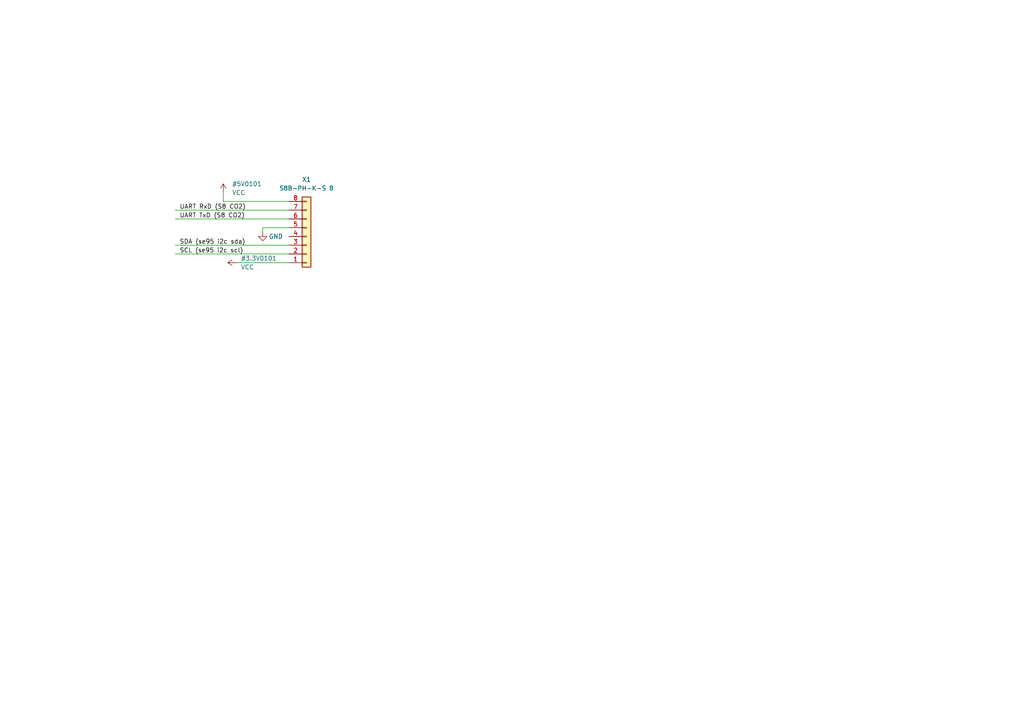
<source format=kicad_sch>
(kicad_sch (version 20211123) (generator eeschema)
  (paper "A4")
  (lib_symbols
    (symbol "Connector_Generic:Conn_01x08" (pin_names (offset 1.016) hide)
      (property "Reference" "J" (at 0 10.16 0))
      (property "Value" "Conn_01x08" (at 0 -12.7 0))
      (symbol "Conn_01x08_1_1"
        (rectangle (start -1.27 -10.033) (end 0 -10.287) (stroke (width 0.1524)))
        (rectangle (start -1.27 -7.493) (end 0 -7.747) (stroke (width 0.1524)))
        (rectangle (start -1.27 -4.953) (end 0 -5.207) (stroke (width 0.1524)))
        (rectangle (start -1.27 -2.413) (end 0 -2.667) (stroke (width 0.1524)))
        (rectangle (start -1.27 0.127) (end 0 -0.127) (stroke (width 0.1524)))
        (rectangle (start -1.27 2.667) (end 0 2.413) (stroke (width 0.1524)))
        (rectangle (start -1.27 5.207) (end 0 4.953) (stroke (width 0.1524)))
        (rectangle (start -1.27 7.747) (end 0 7.493) (stroke (width 0.1524)))
        (rectangle (start -1.27 8.89) (end 1.27 -11.43) (stroke (width 0.254)) (fill (type background)))
        (pin passive line (at -5.08 7.62 0) (length 3.81) (name "Pin_1") (number "1"))
        (pin passive line (at -5.08 5.08 0) (length 3.81) (name "Pin_2") (number "2"))
        (pin passive line (at -5.08 2.54 0) (length 3.81) (name "Pin_3") (number "3"))
        (pin passive line (at -5.08 0 0) (length 3.81) (name "Pin_4") (number "4"))
        (pin passive line (at -5.08 -2.54 0) (length 3.81) (name "Pin_5") (number "5"))
        (pin passive line (at -5.08 -5.08 0) (length 3.81) (name "Pin_6") (number "6"))
        (pin passive line (at -5.08 -7.62 0) (length 3.81) (name "Pin_7") (number "7"))
        (pin passive line (at -5.08 -10.16 0) (length 3.81) (name "Pin_8") (number "8"))
      )
    )
    (symbol "power:GND" (power) (pin_names (offset 0))
      (property "Value" "GND" (at 0 -3.81 0))
      (symbol "GND_0_1"
        (polyline (pts (xy 0 0) (xy 0 -1.27) (xy 1.27 -1.27) (xy 0 -2.54) (xy -1.27 -1.27) (xy 0 -1.27)))
      )
      (symbol "GND_1_1"
        (pin power_in line (at 0 0 270) (length 0) hide (name "GND") (number "1"))
      )
    )
    (symbol "power:VCC" (power) (pin_names (offset 0))
      (property "Value" "VCC" (at 0 3.81 0))
      (symbol "VCC_0_1"
        (polyline (pts (xy -0.762 1.27) (xy 0 2.54)))
        (polyline (pts (xy 0 0) (xy 0 2.54)))
        (polyline (pts (xy 0 2.54) (xy 0.762 1.27)))
      )
      (symbol "VCC_1_1"
        (pin power_in line (at 0 0 90) (length 0) hide (name "VCC") (number "1"))
      )
    )
  )
  (wire (pts (xy 50.8 73.66) (xy 83.82 73.66)))
  (wire (pts (xy 50.8 60.96) (xy 83.82 60.96)))
  (wire (pts (xy 64.77 58.42) (xy 64.77 55.88)))
  (wire (pts (xy 76.2 66.04) (xy 83.82 66.04)))
  (wire (pts (xy 83.82 76.2) (xy 68.58 76.2)))
  (wire (pts (xy 64.77 58.42) (xy 83.82 58.42)))
  (wire (pts (xy 50.8 71.12) (xy 83.82 71.12)))
  (wire (pts (xy 76.2 67.31) (xy 76.2 66.04)))
  (wire (pts (xy 50.8 63.5) (xy 83.82 63.5)))
  (label "SCL (se95 i2c scl)" (at 52.07 73.66 0))
  (label "UART RxD (S8 CO2)" (at 52.07 60.96 0))
  (label "SDA (se95 i2c sda)" (at 52.07 71.12 0))
  (label "UART TxD (S8 CO2)" (at 52.07 63.5 0))
  (symbol (lib_id "power:VCC") (at 64.77 55.88 0) (unit 1)
    (property "Reference" "5V" (at 67.31 53.3399 0) (effects (justify left)))
    (property "Value" "VCC" (at 67.31 55.8799 0) (effects (justify left)))
  )
  (symbol (lib_id "Connector_Generic:Conn_01x08") (at 88.9 68.58 0) (mirror x) (unit 1)
    (property "Reference" "X1" (at 88.9 52.07 0))
    (property "Value" "S8B-PH-K-S 8" (at 88.9 54.61 0))
  )
  (symbol (lib_id "power:VCC") (at 68.58 76.2 90) (unit 1)
    (property "Reference" "3.3V" (at 69.85 74.9299 90) (effects (justify right)))
    (property "Value" "VCC" (at 69.85 77.4699 90) (effects (justify right)))
  )
  (symbol (lib_id "power:GND") (at 76.2 67.31 0) (unit 1)
    (property "Reference" "#PWR?" (effects hide))
    (property "Value" "GND" (at 80.01 68.58 0))
  )
)
</source>
